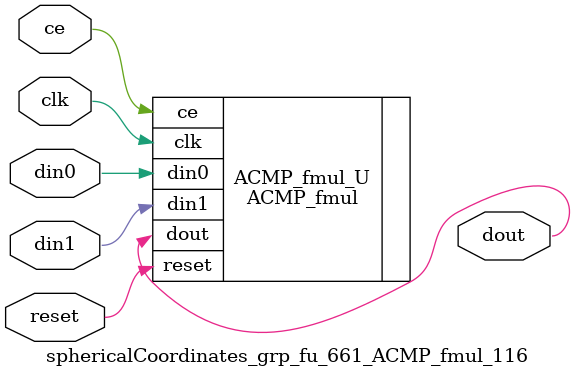
<source format=v>

`timescale 1 ns / 1 ps
module sphericalCoordinates_grp_fu_661_ACMP_fmul_116(
    clk,
    reset,
    ce,
    din0,
    din1,
    dout);

parameter ID = 32'd1;
parameter NUM_STAGE = 32'd1;
parameter din0_WIDTH = 32'd1;
parameter din1_WIDTH = 32'd1;
parameter dout_WIDTH = 32'd1;
input clk;
input reset;
input ce;
input[din0_WIDTH - 1:0] din0;
input[din1_WIDTH - 1:0] din1;
output[dout_WIDTH - 1:0] dout;



ACMP_fmul #(
.ID( ID ),
.NUM_STAGE( 4 ),
.din0_WIDTH( din0_WIDTH ),
.din1_WIDTH( din1_WIDTH ),
.dout_WIDTH( dout_WIDTH ))
ACMP_fmul_U(
    .clk( clk ),
    .reset( reset ),
    .ce( ce ),
    .din0( din0 ),
    .din1( din1 ),
    .dout( dout ));

endmodule

</source>
